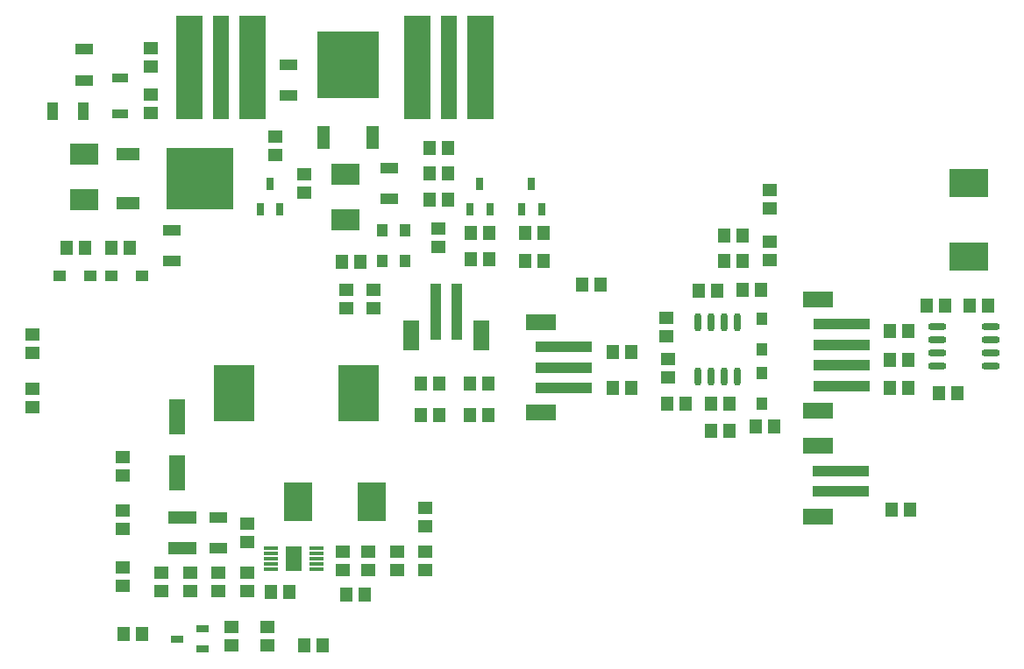
<source format=gbr>
%TF.GenerationSoftware,KiCad,Pcbnew,(5.1.4)-1*%
%TF.CreationDate,2021-05-17T23:16:04+08:00*%
%TF.ProjectId,power,706f7765-722e-46b6-9963-61645f706362,rev?*%
%TF.SameCoordinates,Original*%
%TF.FileFunction,Paste,Top*%
%TF.FilePolarity,Positive*%
%FSLAX46Y46*%
G04 Gerber Fmt 4.6, Leading zero omitted, Abs format (unit mm)*
G04 Created by KiCad (PCBNEW (5.1.4)-1) date 2021-05-17 23:16:04*
%MOMM*%
%LPD*%
G04 APERTURE LIST*
%ADD10R,1.160000X1.470000*%
%ADD11R,1.500000X0.900000*%
%ADD12R,2.743000X2.159000*%
%ADD13R,1.800000X1.130000*%
%ADD14R,1.130000X1.800000*%
%ADD15R,1.600000X3.000000*%
%ADD16R,1.000000X5.500000*%
%ADD17R,3.810000X2.794000*%
%ADD18R,3.000000X1.600000*%
%ADD19R,5.500000X1.000000*%
%ADD20R,1.250000X0.700000*%
%ADD21R,2.500000X10.000000*%
%ADD22R,1.600000X10.000000*%
%ADD23R,1.650000X2.380000*%
%ADD24R,1.450000X0.300000*%
%ADD25O,1.800000X0.700000*%
%ADD26O,0.700000X1.800000*%
%ADD27R,1.470000X1.160000*%
%ADD28R,0.700000X1.250000*%
%ADD29R,2.200000X1.200000*%
%ADD30R,6.499990X6.000000*%
%ADD31R,1.200000X2.200000*%
%ADD32R,6.000000X6.499990*%
%ADD33R,3.900000X5.400000*%
%ADD34R,1.000000X1.250000*%
%ADD35R,1.250000X1.000000*%
%ADD36R,2.794000X3.810000*%
%ADD37R,1.600000X3.500000*%
%ADD38R,2.720000X1.160000*%
G04 APERTURE END LIST*
D10*
X91140000Y-61135011D03*
X89360000Y-61135011D03*
X108390000Y-51500000D03*
X106610000Y-51500000D03*
X114310000Y-49000000D03*
X116090000Y-49000000D03*
D11*
X32250000Y-30500000D03*
X32250000Y-27000000D03*
D12*
X28800000Y-34390000D03*
X28800000Y-38810000D03*
D13*
X28750000Y-24260000D03*
X28750000Y-27240000D03*
D14*
X25760000Y-30250000D03*
X28740000Y-30250000D03*
D15*
X60350000Y-51875000D03*
X67150000Y-51875000D03*
D16*
X62750000Y-49625000D03*
X64750000Y-49625000D03*
D17*
X114250000Y-37181500D03*
X114250000Y-44318500D03*
D18*
X72875000Y-50600000D03*
X72875000Y-59400000D03*
D19*
X75125000Y-53000000D03*
X75125000Y-55000000D03*
X75125000Y-57000000D03*
D18*
X99625000Y-62600000D03*
X99625000Y-69400000D03*
D19*
X101875000Y-65000000D03*
X101875000Y-67000000D03*
D18*
X99675000Y-48400000D03*
X99675000Y-59200000D03*
D19*
X101925000Y-50800000D03*
X101925000Y-52800000D03*
X101925000Y-54800000D03*
X101925000Y-56800000D03*
D20*
X37750000Y-81250000D03*
X40250000Y-80300000D03*
X40250000Y-82200000D03*
D21*
X45050000Y-26000000D03*
D22*
X42000000Y-26000000D03*
D21*
X38950000Y-26000000D03*
D23*
X49000000Y-73500000D03*
D24*
X51200000Y-72500000D03*
X51200000Y-73000000D03*
X51200000Y-73500000D03*
X51200000Y-74000000D03*
X46800000Y-74500000D03*
X46800000Y-74000000D03*
X46800000Y-73500000D03*
X46800000Y-73000000D03*
X51200000Y-74500000D03*
X46800000Y-72500000D03*
D25*
X111150000Y-54905000D03*
X111150000Y-53635000D03*
X111150000Y-52365000D03*
X111150000Y-51095000D03*
X116350000Y-51095000D03*
X116350000Y-52365000D03*
X116350000Y-53635000D03*
X116350000Y-54905000D03*
D26*
X88045000Y-50650000D03*
X89315000Y-50650000D03*
X90585000Y-50650000D03*
X91855000Y-50650000D03*
X91855000Y-55850000D03*
X90585000Y-55850000D03*
X89315000Y-55850000D03*
X88045000Y-55850000D03*
D27*
X23750000Y-51860000D03*
X23750000Y-53640000D03*
D10*
X51780000Y-81890000D03*
X50000000Y-81890000D03*
D27*
X46500000Y-81890000D03*
X46500000Y-80110000D03*
D10*
X34390000Y-80750000D03*
X32610000Y-80750000D03*
X92360000Y-47500000D03*
X94140000Y-47500000D03*
X93610000Y-60750000D03*
X95390000Y-60750000D03*
X89360000Y-58500000D03*
X91140000Y-58500000D03*
D27*
X85200000Y-54220000D03*
X85200000Y-56000000D03*
D10*
X90610000Y-44750000D03*
X92390000Y-44750000D03*
X88110000Y-47600000D03*
X89890000Y-47600000D03*
X63040000Y-59600000D03*
X61260000Y-59600000D03*
X63040000Y-56600000D03*
X61260000Y-56600000D03*
X71360000Y-42000000D03*
X73140000Y-42000000D03*
X71360000Y-44750000D03*
X73140000Y-44750000D03*
X79860000Y-53500000D03*
X81640000Y-53500000D03*
X79860000Y-57000000D03*
X81640000Y-57000000D03*
X106750000Y-68750000D03*
X108530000Y-68750000D03*
D27*
X35250000Y-30390000D03*
X35250000Y-28610000D03*
X35250000Y-24110000D03*
X35250000Y-25890000D03*
D10*
X33180000Y-43400000D03*
X31400000Y-43400000D03*
X28890000Y-43400000D03*
X27110000Y-43400000D03*
D27*
X56700000Y-49290000D03*
X56700000Y-47510000D03*
X41750000Y-76640000D03*
X41750000Y-74860000D03*
X54100000Y-49290000D03*
X54100000Y-47510000D03*
X59000000Y-72860000D03*
X59000000Y-74640000D03*
X61750000Y-74640000D03*
X61750000Y-72860000D03*
X61750000Y-70390000D03*
X61750000Y-68610000D03*
D10*
X53710000Y-44800000D03*
X55490000Y-44800000D03*
X48640000Y-76750000D03*
X46860000Y-76750000D03*
X55890000Y-77000000D03*
X54110000Y-77000000D03*
D27*
X47250000Y-34500000D03*
X47250000Y-32720000D03*
X50000000Y-36360000D03*
X50000000Y-38140000D03*
X39000000Y-76640000D03*
X39000000Y-74860000D03*
X36250000Y-76640000D03*
X36250000Y-74860000D03*
D10*
X106610000Y-54250000D03*
X108390000Y-54250000D03*
X106610000Y-57000000D03*
X108390000Y-57000000D03*
X63890000Y-36250000D03*
X62110000Y-36250000D03*
X66110000Y-44500000D03*
X67890000Y-44500000D03*
X63890000Y-38750000D03*
X62110000Y-38750000D03*
X62110000Y-33750000D03*
X63890000Y-33750000D03*
D27*
X63000000Y-43390000D03*
X63000000Y-41610000D03*
X95000000Y-44640000D03*
X95000000Y-42860000D03*
X95000000Y-39640000D03*
X95000000Y-37860000D03*
D28*
X72000000Y-37250000D03*
X72950000Y-39750000D03*
X71050000Y-39750000D03*
D29*
X33004170Y-39111270D03*
D30*
X40000000Y-36749980D03*
D29*
X33000000Y-34388720D03*
D28*
X46750000Y-37250000D03*
X47700000Y-39750000D03*
X45800000Y-39750000D03*
D31*
X56611290Y-32745830D03*
D32*
X54250000Y-25750000D03*
D31*
X51888740Y-32750000D03*
D21*
X67050000Y-26000000D03*
D22*
X64000000Y-26000000D03*
D21*
X60950000Y-26000000D03*
D28*
X67000000Y-37250000D03*
X67950000Y-39750000D03*
X66050000Y-39750000D03*
D33*
X55250000Y-57500000D03*
X43250000Y-57500000D03*
D13*
X58250000Y-35760000D03*
X58250000Y-38740000D03*
D27*
X23750000Y-58890000D03*
X23750000Y-57110000D03*
D34*
X94200000Y-55525000D03*
X94200000Y-58475000D03*
X94200000Y-53275000D03*
X94200000Y-50325000D03*
D10*
X67790000Y-59600000D03*
X66010000Y-59600000D03*
X67789999Y-56600000D03*
X66009999Y-56600000D03*
D35*
X34375000Y-46150000D03*
X31425000Y-46150000D03*
X29374999Y-46150000D03*
X26424999Y-46150000D03*
D34*
X59750000Y-44725000D03*
X59750000Y-41775000D03*
X57600000Y-41775000D03*
X57600000Y-44725000D03*
D36*
X56568500Y-68000000D03*
X49431500Y-68000000D03*
D12*
X54000000Y-36290000D03*
X54000000Y-40710000D03*
D27*
X32500000Y-68860000D03*
X32500000Y-70640000D03*
X32500000Y-65490000D03*
X32500000Y-63710000D03*
D10*
X110110000Y-49000000D03*
X111890000Y-49000000D03*
X86890000Y-58500000D03*
X85110000Y-58500000D03*
D27*
X85000000Y-52030000D03*
X85000000Y-50250000D03*
D13*
X48500000Y-28740000D03*
X48500000Y-25760000D03*
D10*
X111360000Y-57500000D03*
X113140000Y-57500000D03*
X90610000Y-42250000D03*
X92390000Y-42250000D03*
D27*
X32500000Y-74360000D03*
X32500000Y-76140000D03*
D37*
X37750000Y-65200000D03*
X37750000Y-59800000D03*
D27*
X44500000Y-71890000D03*
X44500000Y-70110000D03*
X44500000Y-76640000D03*
X44500000Y-74860000D03*
X56250000Y-72860000D03*
X56250000Y-74640000D03*
X53750000Y-72860000D03*
X53750000Y-74640000D03*
D10*
X78640000Y-47000000D03*
X76860000Y-47000000D03*
D13*
X37250000Y-44740000D03*
X37250000Y-41760000D03*
D38*
X38250000Y-69550000D03*
X38250000Y-72500000D03*
D13*
X41750000Y-69510000D03*
X41750000Y-72490000D03*
D27*
X43000000Y-81890000D03*
X43000000Y-80110000D03*
D10*
X66110000Y-42000000D03*
X67890000Y-42000000D03*
M02*

</source>
